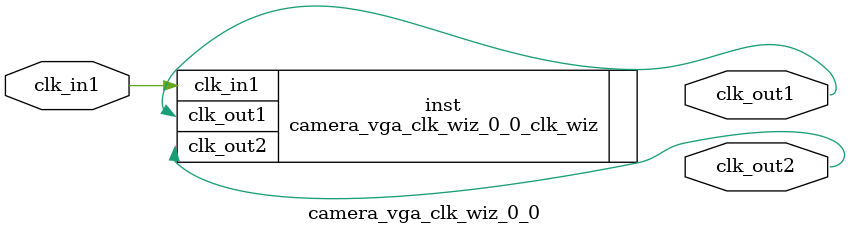
<source format=v>


`timescale 1ps/1ps

(* CORE_GENERATION_INFO = "camera_vga_clk_wiz_0_0,clk_wiz_v6_0_2_0_0,{component_name=camera_vga_clk_wiz_0_0,use_phase_alignment=true,use_min_o_jitter=false,use_max_i_jitter=false,use_dyn_phase_shift=false,use_inclk_switchover=false,use_dyn_reconfig=false,enable_axi=0,feedback_source=FDBK_AUTO,PRIMITIVE=MMCM,num_out_clk=2,clkin1_period=10.000,clkin2_period=10.000,use_power_down=false,use_reset=false,use_locked=false,use_inclk_stopped=false,feedback_type=SINGLE,CLOCK_MGR_TYPE=NA,manual_override=false}" *)

module camera_vga_clk_wiz_0_0 
 (
  // Clock out ports
  output        clk_out1,
  output        clk_out2,
 // Clock in ports
  input         clk_in1
 );

  camera_vga_clk_wiz_0_0_clk_wiz inst
  (
  // Clock out ports  
  .clk_out1(clk_out1),
  .clk_out2(clk_out2),
 // Clock in ports
  .clk_in1(clk_in1)
  );

endmodule

</source>
